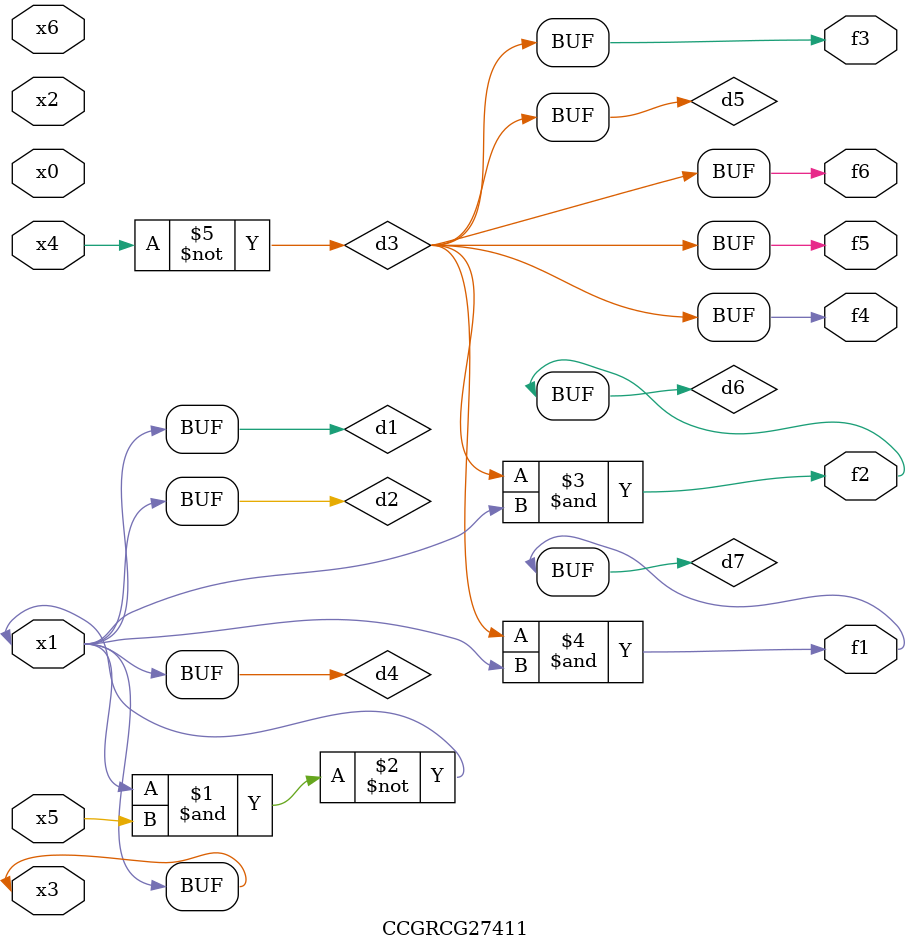
<source format=v>
module CCGRCG27411(
	input x0, x1, x2, x3, x4, x5, x6,
	output f1, f2, f3, f4, f5, f6
);

	wire d1, d2, d3, d4, d5, d6, d7;

	buf (d1, x1, x3);
	nand (d2, x1, x5);
	not (d3, x4);
	buf (d4, d1, d2);
	buf (d5, d3);
	and (d6, d3, d4);
	and (d7, d3, d4);
	assign f1 = d7;
	assign f2 = d6;
	assign f3 = d5;
	assign f4 = d5;
	assign f5 = d5;
	assign f6 = d5;
endmodule

</source>
